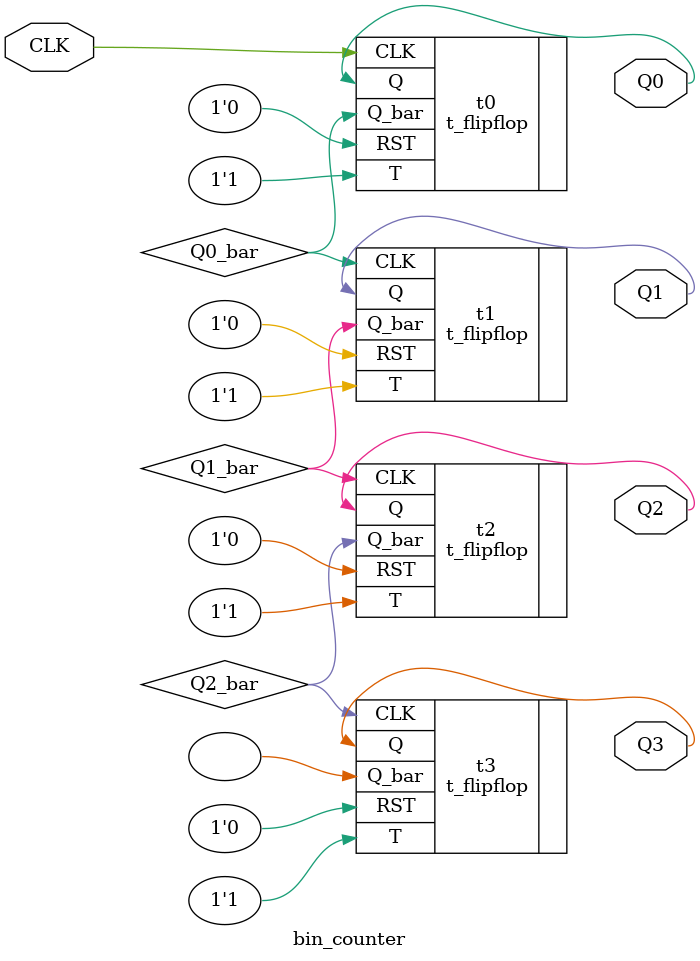
<source format=v>
`timescale 1ns / 1ps

module bin_counter(
        input wire CLK, 
        output wire Q0, 
        output wire Q1,
        output wire Q2, 
        output wire Q3
    );
    wire Q0_bar, Q1_bar, Q2_bar;
    t_flipflop t0(.T(1'b1), .CLK(CLK), .RST(1'b0), .Q(Q0), .Q_bar(Q0_bar));
    t_flipflop t1(.T(1'b1), .CLK(Q0_bar), .RST(1'b0), .Q(Q1), .Q_bar(Q1_bar));
    t_flipflop t2(.T(1'b1), .CLK(Q1_bar), .RST(1'b0), .Q(Q2), .Q_bar(Q2_bar));
    t_flipflop t3(.T(1'b1), .CLK(Q2_bar), .RST(1'b0), .Q(Q3), .Q_bar());
    
endmodule

</source>
